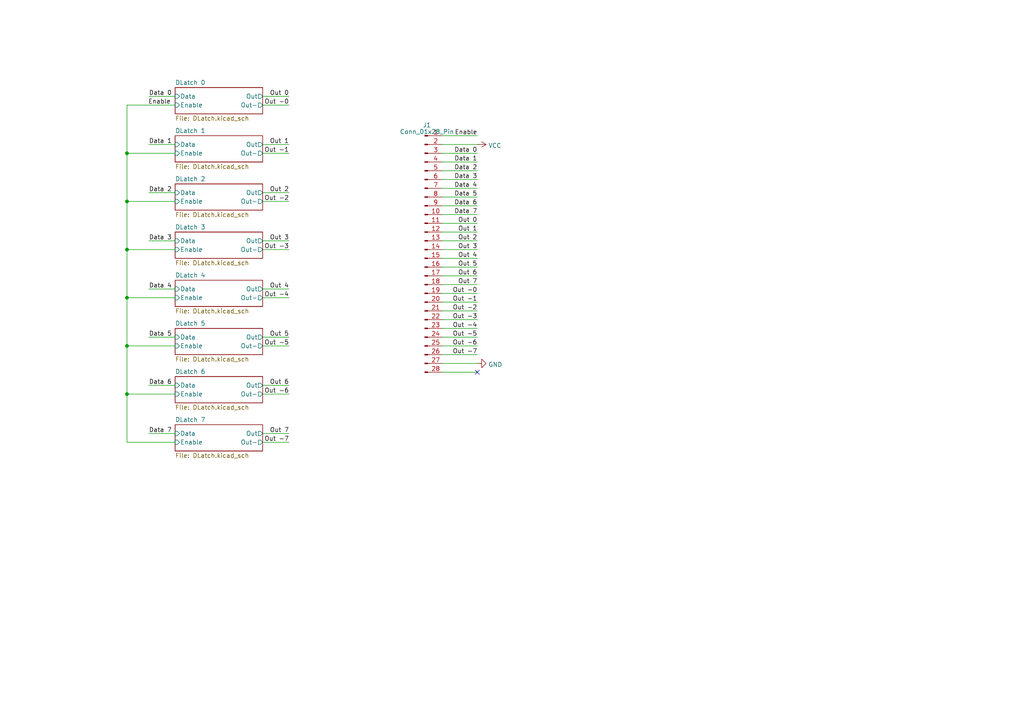
<source format=kicad_sch>
(kicad_sch (version 20230121) (generator eeschema)
  (paper "A4")
  (title_block (title "Diode Transistor Logic - 1Byte Register") (date "2023-03-08") (rev "1") (company "Out-of-Band Development") (comment 1 "Matthew Whited"))
  (lib_symbols
    (symbol "Connector:Conn_01x28_Pin" (pin_names (offset 1.016) hide)
      (property "Reference" "J" (at 0 35.56 0))
      (property "Value" "Conn_01x28_Pin" (at 0 -38.1 0))
      (symbol "Conn_01x28_Pin_1_1"
        (polyline (pts (xy 1.27 -35.56) (xy 0.8636 -35.56)) (stroke (width 0.1524)))
        (polyline (pts (xy 1.27 -33.02) (xy 0.8636 -33.02)) (stroke (width 0.1524)))
        (polyline (pts (xy 1.27 -30.48) (xy 0.8636 -30.48)) (stroke (width 0.1524)))
        (polyline (pts (xy 1.27 -27.94) (xy 0.8636 -27.94)) (stroke (width 0.1524)))
        (polyline (pts (xy 1.27 -25.4) (xy 0.8636 -25.4)) (stroke (width 0.1524)))
        (polyline (pts (xy 1.27 -22.86) (xy 0.8636 -22.86)) (stroke (width 0.1524)))
        (polyline (pts (xy 1.27 -20.32) (xy 0.8636 -20.32)) (stroke (width 0.1524)))
        (polyline (pts (xy 1.27 -17.78) (xy 0.8636 -17.78)) (stroke (width 0.1524)))
        (polyline (pts (xy 1.27 -15.24) (xy 0.8636 -15.24)) (stroke (width 0.1524)))
        (polyline (pts (xy 1.27 -12.7) (xy 0.8636 -12.7)) (stroke (width 0.1524)))
        (polyline (pts (xy 1.27 -10.16) (xy 0.8636 -10.16)) (stroke (width 0.1524)))
        (polyline (pts (xy 1.27 -7.62) (xy 0.8636 -7.62)) (stroke (width 0.1524)))
        (polyline (pts (xy 1.27 -5.08) (xy 0.8636 -5.08)) (stroke (width 0.1524)))
        (polyline (pts (xy 1.27 -2.54) (xy 0.8636 -2.54)) (stroke (width 0.1524)))
        (polyline (pts (xy 1.27 0) (xy 0.8636 0)) (stroke (width 0.1524)))
        (polyline (pts (xy 1.27 2.54) (xy 0.8636 2.54)) (stroke (width 0.1524)))
        (polyline (pts (xy 1.27 5.08) (xy 0.8636 5.08)) (stroke (width 0.1524)))
        (polyline (pts (xy 1.27 7.62) (xy 0.8636 7.62)) (stroke (width 0.1524)))
        (polyline (pts (xy 1.27 10.16) (xy 0.8636 10.16)) (stroke (width 0.1524)))
        (polyline (pts (xy 1.27 12.7) (xy 0.8636 12.7)) (stroke (width 0.1524)))
        (polyline (pts (xy 1.27 15.24) (xy 0.8636 15.24)) (stroke (width 0.1524)))
        (polyline (pts (xy 1.27 17.78) (xy 0.8636 17.78)) (stroke (width 0.1524)))
        (polyline (pts (xy 1.27 20.32) (xy 0.8636 20.32)) (stroke (width 0.1524)))
        (polyline (pts (xy 1.27 22.86) (xy 0.8636 22.86)) (stroke (width 0.1524)))
        (polyline (pts (xy 1.27 25.4) (xy 0.8636 25.4)) (stroke (width 0.1524)))
        (polyline (pts (xy 1.27 27.94) (xy 0.8636 27.94)) (stroke (width 0.1524)))
        (polyline (pts (xy 1.27 30.48) (xy 0.8636 30.48)) (stroke (width 0.1524)))
        (polyline (pts (xy 1.27 33.02) (xy 0.8636 33.02)) (stroke (width 0.1524)))
        (rectangle (start 0.8636 -35.433) (end 0 -35.687) (stroke (width 0.1524)) (fill (type outline)))
        (rectangle (start 0.8636 -32.893) (end 0 -33.147) (stroke (width 0.1524)) (fill (type outline)))
        (rectangle (start 0.8636 -30.353) (end 0 -30.607) (stroke (width 0.1524)) (fill (type outline)))
        (rectangle (start 0.8636 -27.813) (end 0 -28.067) (stroke (width 0.1524)) (fill (type outline)))
        (rectangle (start 0.8636 -25.273) (end 0 -25.527) (stroke (width 0.1524)) (fill (type outline)))
        (rectangle (start 0.8636 -22.733) (end 0 -22.987) (stroke (width 0.1524)) (fill (type outline)))
        (rectangle (start 0.8636 -20.193) (end 0 -20.447) (stroke (width 0.1524)) (fill (type outline)))
        (rectangle (start 0.8636 -17.653) (end 0 -17.907) (stroke (width 0.1524)) (fill (type outline)))
        (rectangle (start 0.8636 -15.113) (end 0 -15.367) (stroke (width 0.1524)) (fill (type outline)))
        (rectangle (start 0.8636 -12.573) (end 0 -12.827) (stroke (width 0.1524)) (fill (type outline)))
        (rectangle (start 0.8636 -10.033) (end 0 -10.287) (stroke (width 0.1524)) (fill (type outline)))
        (rectangle (start 0.8636 -7.493) (end 0 -7.747) (stroke (width 0.1524)) (fill (type outline)))
        (rectangle (start 0.8636 -4.953) (end 0 -5.207) (stroke (width 0.1524)) (fill (type outline)))
        (rectangle (start 0.8636 -2.413) (end 0 -2.667) (stroke (width 0.1524)) (fill (type outline)))
        (rectangle (start 0.8636 0.127) (end 0 -0.127) (stroke (width 0.1524)) (fill (type outline)))
        (rectangle (start 0.8636 2.667) (end 0 2.413) (stroke (width 0.1524)) (fill (type outline)))
        (rectangle (start 0.8636 5.207) (end 0 4.953) (stroke (width 0.1524)) (fill (type outline)))
        (rectangle (start 0.8636 7.747) (end 0 7.493) (stroke (width 0.1524)) (fill (type outline)))
        (rectangle (start 0.8636 10.287) (end 0 10.033) (stroke (width 0.1524)) (fill (type outline)))
        (rectangle (start 0.8636 12.827) (end 0 12.573) (stroke (width 0.1524)) (fill (type outline)))
        (rectangle (start 0.8636 15.367) (end 0 15.113) (stroke (width 0.1524)) (fill (type outline)))
        (rectangle (start 0.8636 17.907) (end 0 17.653) (stroke (width 0.1524)) (fill (type outline)))
        (rectangle (start 0.8636 20.447) (end 0 20.193) (stroke (width 0.1524)) (fill (type outline)))
        (rectangle (start 0.8636 22.987) (end 0 22.733) (stroke (width 0.1524)) (fill (type outline)))
        (rectangle (start 0.8636 25.527) (end 0 25.273) (stroke (width 0.1524)) (fill (type outline)))
        (rectangle (start 0.8636 28.067) (end 0 27.813) (stroke (width 0.1524)) (fill (type outline)))
        (rectangle (start 0.8636 30.607) (end 0 30.353) (stroke (width 0.1524)) (fill (type outline)))
        (rectangle (start 0.8636 33.147) (end 0 32.893) (stroke (width 0.1524)) (fill (type outline)))
        (pin passive line (at 5.08 33.02 180) (length 3.81) (name "Pin_1") (number "1"))
        (pin passive line (at 5.08 10.16 180) (length 3.81) (name "Pin_10") (number "10"))
        (pin passive line (at 5.08 7.62 180) (length 3.81) (name "Pin_11") (number "11"))
        (pin passive line (at 5.08 5.08 180) (length 3.81) (name "Pin_12") (number "12"))
        (pin passive line (at 5.08 2.54 180) (length 3.81) (name "Pin_13") (number "13"))
        (pin passive line (at 5.08 0 180) (length 3.81) (name "Pin_14") (number "14"))
        (pin passive line (at 5.08 -2.54 180) (length 3.81) (name "Pin_15") (number "15"))
        (pin passive line (at 5.08 -5.08 180) (length 3.81) (name "Pin_16") (number "16"))
        (pin passive line (at 5.08 -7.62 180) (length 3.81) (name "Pin_17") (number "17"))
        (pin passive line (at 5.08 -10.16 180) (length 3.81) (name "Pin_18") (number "18"))
        (pin passive line (at 5.08 -12.7 180) (length 3.81) (name "Pin_19") (number "19"))
        (pin passive line (at 5.08 30.48 180) (length 3.81) (name "Pin_2") (number "2"))
        (pin passive line (at 5.08 -15.24 180) (length 3.81) (name "Pin_20") (number "20"))
        (pin passive line (at 5.08 -17.78 180) (length 3.81) (name "Pin_21") (number "21"))
        (pin passive line (at 5.08 -20.32 180) (length 3.81) (name "Pin_22") (number "22"))
        (pin passive line (at 5.08 -22.86 180) (length 3.81) (name "Pin_23") (number "23"))
        (pin passive line (at 5.08 -25.4 180) (length 3.81) (name "Pin_24") (number "24"))
        (pin passive line (at 5.08 -27.94 180) (length 3.81) (name "Pin_25") (number "25"))
        (pin passive line (at 5.08 -30.48 180) (length 3.81) (name "Pin_26") (number "26"))
        (pin passive line (at 5.08 -33.02 180) (length 3.81) (name "Pin_27") (number "27"))
        (pin passive line (at 5.08 -35.56 180) (length 3.81) (name "Pin_28") (number "28"))
        (pin passive line (at 5.08 27.94 180) (length 3.81) (name "Pin_3") (number "3"))
        (pin passive line (at 5.08 25.4 180) (length 3.81) (name "Pin_4") (number "4"))
        (pin passive line (at 5.08 22.86 180) (length 3.81) (name "Pin_5") (number "5"))
        (pin passive line (at 5.08 20.32 180) (length 3.81) (name "Pin_6") (number "6"))
        (pin passive line (at 5.08 17.78 180) (length 3.81) (name "Pin_7") (number "7"))
        (pin passive line (at 5.08 15.24 180) (length 3.81) (name "Pin_8") (number "8"))
        (pin passive line (at 5.08 12.7 180) (length 3.81) (name "Pin_9") (number "9"))
      )
    )
    (symbol "power:GND" (power) (pin_names (offset 0))
      (property "Value" "GND" (at 0 -3.81 0))
      (symbol "GND_0_1"
        (polyline (pts (xy 0 0) (xy 0 -1.27) (xy 1.27 -1.27) (xy 0 -2.54) (xy -1.27 -1.27) (xy 0 -1.27)))
      )
      (symbol "GND_1_1"
        (pin power_in line (at 0 0 270) (length 0) hide (name "GND") (number "1"))
      )
    )
    (symbol "power:VCC" (power) (pin_names (offset 0))
      (property "Value" "VCC" (at 0 3.81 0))
      (symbol "VCC_0_1"
        (polyline (pts (xy -0.762 1.27) (xy 0 2.54)))
        (polyline (pts (xy 0 0) (xy 0 2.54)))
        (polyline (pts (xy 0 2.54) (xy 0.762 1.27)))
      )
      (symbol "VCC_1_1"
        (pin power_in line (at 0 0 90) (length 0) hide (name "VCC") (number "1"))
      )
    )
  )
  (junction (at 36.83 100.33))
  (junction (at 36.83 86.36))
  (junction (at 36.83 114.3))
  (junction (at 36.83 58.42))
  (junction (at 36.83 44.45))
  (junction (at 36.83 72.39))
  (no_connect (at 138.43 107.95))
  (wire (pts (xy 76.2 44.45) (xy 83.82 44.45)))
  (wire (pts (xy 76.2 69.85) (xy 83.82 69.85)))
  (wire (pts (xy 128.27 87.63) (xy 138.43 87.63)))
  (wire (pts (xy 128.27 80.01) (xy 138.43 80.01)))
  (wire (pts (xy 43.18 41.91) (xy 50.8 41.91)))
  (wire (pts (xy 128.27 44.45) (xy 138.43 44.45)))
  (wire (pts (xy 128.27 49.53) (xy 138.43 49.53)))
  (wire (pts (xy 128.27 95.25) (xy 138.43 95.25)))
  (wire (pts (xy 36.83 114.3) (xy 36.83 128.27)))
  (wire (pts (xy 128.27 52.07) (xy 138.43 52.07)))
  (wire (pts (xy 128.27 105.41) (xy 138.43 105.41)))
  (wire (pts (xy 76.2 100.33) (xy 83.82 100.33)))
  (wire (pts (xy 36.83 72.39) (xy 50.8 72.39)))
  (wire (pts (xy 43.18 125.73) (xy 50.8 125.73)))
  (wire (pts (xy 128.27 90.17) (xy 138.43 90.17)))
  (wire (pts (xy 76.2 72.39) (xy 83.82 72.39)))
  (wire (pts (xy 36.83 100.33) (xy 36.83 114.3)))
  (wire (pts (xy 76.2 27.94) (xy 83.82 27.94)))
  (wire (pts (xy 76.2 30.48) (xy 83.82 30.48)))
  (wire (pts (xy 128.27 85.09) (xy 138.43 85.09)))
  (wire (pts (xy 128.27 54.61) (xy 138.43 54.61)))
  (wire (pts (xy 128.27 69.85) (xy 138.43 69.85)))
  (wire (pts (xy 128.27 107.95) (xy 138.43 107.95)))
  (wire (pts (xy 128.27 46.99) (xy 138.43 46.99)))
  (wire (pts (xy 76.2 86.36) (xy 83.82 86.36)))
  (wire (pts (xy 43.18 27.94) (xy 50.8 27.94)))
  (wire (pts (xy 76.2 55.88) (xy 83.82 55.88)))
  (wire (pts (xy 36.83 114.3) (xy 50.8 114.3)))
  (wire (pts (xy 76.2 111.76) (xy 83.82 111.76)))
  (wire (pts (xy 76.2 128.27) (xy 83.82 128.27)))
  (wire (pts (xy 128.27 41.91) (xy 138.43 41.91)))
  (wire (pts (xy 36.83 86.36) (xy 36.83 100.33)))
  (wire (pts (xy 128.27 77.47) (xy 138.43 77.47)))
  (wire (pts (xy 128.27 92.71) (xy 138.43 92.71)))
  (wire (pts (xy 50.8 44.45) (xy 36.83 44.45)))
  (wire (pts (xy 36.83 30.48) (xy 36.83 44.45)))
  (wire (pts (xy 128.27 57.15) (xy 138.43 57.15)))
  (wire (pts (xy 128.27 102.87) (xy 138.43 102.87)))
  (wire (pts (xy 128.27 67.31) (xy 138.43 67.31)))
  (wire (pts (xy 128.27 72.39) (xy 138.43 72.39)))
  (wire (pts (xy 128.27 59.69) (xy 138.43 59.69)))
  (wire (pts (xy 43.18 97.79) (xy 50.8 97.79)))
  (wire (pts (xy 76.2 83.82) (xy 83.82 83.82)))
  (wire (pts (xy 76.2 58.42) (xy 83.82 58.42)))
  (wire (pts (xy 36.83 128.27) (xy 50.8 128.27)))
  (wire (pts (xy 43.18 69.85) (xy 50.8 69.85)))
  (wire (pts (xy 76.2 41.91) (xy 83.82 41.91)))
  (wire (pts (xy 128.27 82.55) (xy 138.43 82.55)))
  (wire (pts (xy 76.2 114.3) (xy 83.82 114.3)))
  (wire (pts (xy 128.27 64.77) (xy 138.43 64.77)))
  (wire (pts (xy 128.27 97.79) (xy 138.43 97.79)))
  (wire (pts (xy 43.18 55.88) (xy 50.8 55.88)))
  (wire (pts (xy 128.27 74.93) (xy 138.43 74.93)))
  (wire (pts (xy 36.83 72.39) (xy 36.83 86.36)))
  (wire (pts (xy 36.83 58.42) (xy 50.8 58.42)))
  (wire (pts (xy 50.8 100.33) (xy 36.83 100.33)))
  (wire (pts (xy 36.83 44.45) (xy 36.83 58.42)))
  (wire (pts (xy 43.18 83.82) (xy 50.8 83.82)))
  (wire (pts (xy 50.8 30.48) (xy 36.83 30.48)))
  (wire (pts (xy 36.83 86.36) (xy 50.8 86.36)))
  (wire (pts (xy 76.2 125.73) (xy 83.82 125.73)))
  (wire (pts (xy 36.83 58.42) (xy 36.83 72.39)))
  (wire (pts (xy 128.27 39.37) (xy 138.43 39.37)))
  (wire (pts (xy 43.18 111.76) (xy 50.8 111.76)))
  (wire (pts (xy 128.27 100.33) (xy 138.43 100.33)))
  (wire (pts (xy 128.27 62.23) (xy 138.43 62.23)))
  (wire (pts (xy 76.2 97.79) (xy 83.82 97.79)))
  (label "Out 7" (at 83.82 125.73 180))
  (label "Out -3" (at 83.82 72.39 180))
  (label "Out -0" (at 138.43 85.09 180))
  (label "Data 3" (at 43.18 69.85 0))
  (label "Out -7" (at 83.82 128.27 180))
  (label "Out 4" (at 83.82 83.82 180))
  (label "Data 1" (at 138.43 46.99 180))
  (label "Out -4" (at 138.43 95.25 180))
  (label "Enable" (at 138.43 39.37 180))
  (label "Out -1" (at 83.82 44.45 180))
  (label "Data 0" (at 138.43 44.45 180))
  (label "Out 2" (at 83.82 55.88 180))
  (label "Data 3" (at 138.43 52.07 180))
  (label "Out 3" (at 138.43 72.39 180))
  (label "Out 0" (at 138.43 64.77 180))
  (label "Data 2" (at 138.43 49.53 180))
  (label "Out 6" (at 83.82 111.76 180))
  (label "Out 3" (at 83.82 69.85 180))
  (label "Out -0" (at 83.82 30.48 180))
  (label "Out -5" (at 138.43 97.79 180))
  (label "Out -5" (at 83.82 100.33 180))
  (label "Out 5" (at 138.43 77.47 180))
  (label "Out 2" (at 138.43 69.85 180))
  (label "Out -7" (at 138.43 102.87 180))
  (label "Out -1" (at 138.43 87.63 180))
  (label "Out -4" (at 83.82 86.36 180))
  (label "Data 2" (at 43.18 55.88 0))
  (label "Out 7" (at 138.43 82.55 180))
  (label "Out -2" (at 138.43 90.17 180))
  (label "Data 4" (at 138.43 54.61 180))
  (label "Data 5" (at 43.18 97.79 0))
  (label "Data 7" (at 138.43 62.23 180))
  (label "Data 1" (at 43.18 41.91 0))
  (label "Data 5" (at 138.43 57.15 180))
  (label "Out -6" (at 83.82 114.3 180))
  (label "Out 1" (at 138.43 67.31 180))
  (label "Out 0" (at 83.82 27.94 180))
  (label "Out 1" (at 83.82 41.91 180))
  (label "Out -6" (at 138.43 100.33 180))
  (label "Out -2" (at 83.82 58.42 180))
  (label "Out 5" (at 83.82 97.79 180))
  (label "Out 6" (at 138.43 80.01 180))
  (label "Data 7" (at 43.18 125.73 0))
  (label "Enable" (at 49.53 30.48 180))
  (label "Out 4" (at 138.43 74.93 180))
  (label "Data 4" (at 43.18 83.82 0))
  (label "Data 6" (at 138.43 59.69 180))
  (label "Data 0" (at 43.18 27.94 0))
  (label "Out -3" (at 138.43 92.71 180))
  (label "Data 6" (at 43.18 111.76 0))
  (symbol (lib_id "Connector:Conn_01x28_Pin") (at 123.19 72.39 0) (unit 1)
    (property "Reference" "J1" (at 123.825 36.2839 0))
    (property "Value" "Conn_01x28_Pin" (at 123.825 38.2049 0))
  )
  (symbol (lib_id "power:VCC") (at 138.43 41.91 270) (unit 1)
    (property "Reference" "#PWR081" (effects hide))
    (property "Value" "VCC" (at 141.605 42.2268 90) (effects (justify left)))
  )
  (symbol (lib_id "power:GND") (at 138.43 105.41 90) (unit 1)
    (property "Reference" "#PWR082" (effects hide))
    (property "Value" "GND" (at 141.605 105.7268 90) (effects (justify right)))
  )
  (sheet (at 50.8 109.22) (size 25.4 7.62) (stroke (width 0.1524))
    (property "Sheetname" "DLatch 6" (at 50.8 108.5084 0) (effects (justify left bottom)))
    (property "Sheetfile" "DLatch.kicad_sch" (at 50.8 117.4246 0) (effects (justify left top)))
    (pin "Out-" output (at 76.2 114.3 0))
    (pin "Out" output (at 76.2 111.76 0))
    (pin "Data" input (at 50.8 111.76 180))
    (pin "Enable" input (at 50.8 114.3 180))
  )
  (sheet (at 50.8 81.28) (size 25.4 7.62) (stroke (width 0.1524))
    (property "Sheetname" "DLatch 4" (at 50.8 80.5684 0) (effects (justify left bottom)))
    (property "Sheetfile" "DLatch.kicad_sch" (at 50.8 89.4846 0) (effects (justify left top)))
    (pin "Out-" output (at 76.2 86.36 0))
    (pin "Out" output (at 76.2 83.82 0))
    (pin "Data" input (at 50.8 83.82 180))
    (pin "Enable" input (at 50.8 86.36 180))
  )
  (sheet (at 50.8 123.19) (size 25.4 7.62) (stroke (width 0.1524))
    (property "Sheetname" "DLatch 7" (at 50.8 122.4784 0) (effects (justify left bottom)))
    (property "Sheetfile" "DLatch.kicad_sch" (at 50.8 131.3946 0) (effects (justify left top)))
    (pin "Out-" output (at 76.2 128.27 0))
    (pin "Out" output (at 76.2 125.73 0))
    (pin "Data" input (at 50.8 125.73 180))
    (pin "Enable" input (at 50.8 128.27 180))
  )
  (sheet (at 50.8 67.31) (size 25.4 7.62) (stroke (width 0.1524))
    (property "Sheetname" "DLatch 3" (at 50.8 66.5984 0) (effects (justify left bottom)))
    (property "Sheetfile" "DLatch.kicad_sch" (at 50.8 75.5146 0) (effects (justify left top)))
    (pin "Out-" output (at 76.2 72.39 0))
    (pin "Out" output (at 76.2 69.85 0))
    (pin "Data" input (at 50.8 69.85 180))
    (pin "Enable" input (at 50.8 72.39 180))
  )
  (sheet (at 50.8 53.34) (size 25.4 7.62) (stroke (width 0.1524))
    (property "Sheetname" "DLatch 2" (at 50.8 52.6284 0) (effects (justify left bottom)))
    (property "Sheetfile" "DLatch.kicad_sch" (at 50.8 61.5446 0) (effects (justify left top)))
    (pin "Out-" output (at 76.2 58.42 0))
    (pin "Out" output (at 76.2 55.88 0))
    (pin "Data" input (at 50.8 55.88 180))
    (pin "Enable" input (at 50.8 58.42 180))
  )
  (sheet (at 50.8 25.4) (size 25.4 7.62) (stroke (width 0.1524))
    (property "Sheetname" "DLatch 0" (at 50.8 24.6884 0) (effects (justify left bottom)))
    (property "Sheetfile" "DLatch.kicad_sch" (at 50.8 33.6046 0) (effects (justify left top)))
    (pin "Out-" output (at 76.2 30.48 0))
    (pin "Out" output (at 76.2 27.94 0))
    (pin "Data" input (at 50.8 27.94 180))
    (pin "Enable" input (at 50.8 30.48 180))
  )
  (sheet (at 50.8 95.25) (size 25.4 7.62) (stroke (width 0.1524))
    (property "Sheetname" "DLatch 5" (at 50.8 94.5384 0) (effects (justify left bottom)))
    (property "Sheetfile" "DLatch.kicad_sch" (at 50.8 103.4546 0) (effects (justify left top)))
    (pin "Out-" output (at 76.2 100.33 0))
    (pin "Out" output (at 76.2 97.79 0))
    (pin "Data" input (at 50.8 97.79 180))
    (pin "Enable" input (at 50.8 100.33 180))
  )
  (sheet (at 50.8 39.37) (size 25.4 7.62) (stroke (width 0.1524))
    (property "Sheetname" "DLatch 1" (at 50.8 38.6584 0) (effects (justify left bottom)))
    (property "Sheetfile" "DLatch.kicad_sch" (at 50.8 47.5746 0) (effects (justify left top)))
    (pin "Out-" output (at 76.2 44.45 0))
    (pin "Out" output (at 76.2 41.91 0))
    (pin "Data" input (at 50.8 41.91 180))
    (pin "Enable" input (at 50.8 44.45 180))
  )
)
</source>
